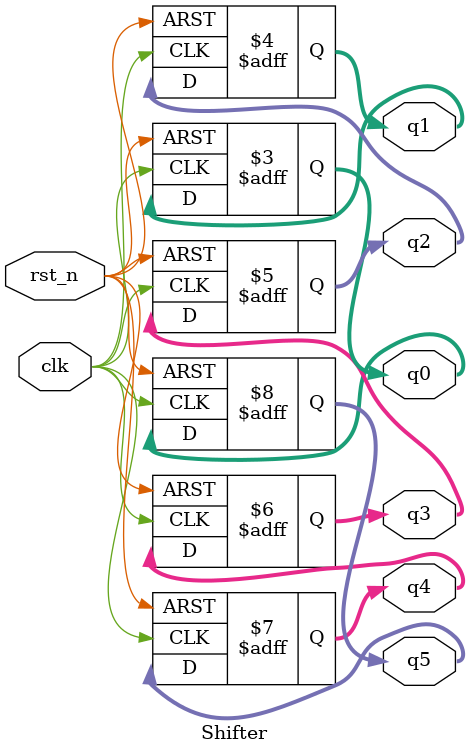
<source format=v>
`timescale 1ns / 1ps

`define BIT_WIDTH 6

module Shifter(
    q0,// output
    q1,
    q2,
    q3,
    q4,
    q5,
    clk,//global clock
    rst_n//active low reset
    );
output [2:0] q0;// output
output [2:0] q1;// output
output [2:0] q2;// output
output [2:0] q3;// output
output [2:0] q4;// output
output [2:0] q5;// output
input clk;//global clock
input rst_n;//active low reset  
reg[2:0]q0; //output
reg[2:0]q1;
reg[2:0]q2;
reg[2:0]q3;
reg[2:0]q4;
reg[2:0]q5;
  //Sequential logics: Flip flops
  always @(posedge clk or negedge rst_n)
  if(~rst_n)
  begin
  q0<=3'd0;
  q1<=3'd1;
  q2<=3'd2;              
  q3<=3'd3;   
  q4<=3'd4;
  q5<=3'd4;  
  end
  else
  begin
  q0<=q1;
  q1<=q2;
  q2<=q3;
  q3<=q4;
  q4<=q5;
  q5<=q0;
 
  end
endmodule


</source>
